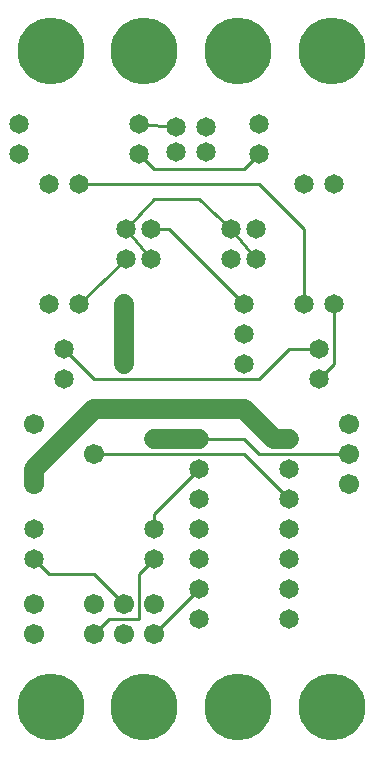
<source format=gbl>
%MOIN*%
%FSLAX25Y25*%
G04 D10 used for Character Trace; *
G04     Circle (OD=.01000) (No hole)*
G04 D11 used for Power Trace; *
G04     Circle (OD=.06700) (No hole)*
G04 D12 used for Signal Trace; *
G04     Circle (OD=.01100) (No hole)*
G04 D13 used for Via; *
G04     Circle (OD=.05800) (Round. Hole ID=.02800)*
G04 D14 used for Component hole; *
G04     Circle (OD=.06500) (Round. Hole ID=.03500)*
G04 D15 used for Component hole; *
G04     Circle (OD=.06700) (Round. Hole ID=.04300)*
G04 D16 used for Component hole; *
G04     Circle (OD=.08100) (Round. Hole ID=.05100)*
G04 D17 used for Component hole; *
G04     Circle (OD=.08900) (Round. Hole ID=.05900)*
G04 D18 used for Component hole; *
G04     Circle (OD=.11300) (Round. Hole ID=.08300)*
G04 D19 used for Component hole; *
G04     Circle (OD=.16000) (Round. Hole ID=.13000)*
G04 D20 used for Component hole; *
G04     Circle (OD=.18300) (Round. Hole ID=.15300)*
G04 D21 used for Component hole; *
G04     Circle (OD=.22291) (Round. Hole ID=.19291)*
%ADD10C,.01000*%
%ADD11C,.06700*%
%ADD12C,.01100*%
%ADD13C,.05800*%
%ADD14C,.06500*%
%ADD15C,.06700*%
%ADD16C,.08100*%
%ADD17C,.08900*%
%ADD18C,.11300*%
%ADD19C,.16000*%
%ADD20C,.18300*%
%ADD21C,.22291*%
%IPPOS*%
%LPD*%
G90*X0Y0D02*D21*X15625Y15625D03*D15*              
X40000Y40000D03*X30000D03*D12*X35000Y45000D01*    
X45000D01*Y60000D01*X50000Y65000D01*D14*D03*      
Y75000D03*D12*Y80000D01*X65000Y95000D01*D14*D03*  
Y105000D03*D11*X50000D01*D14*D03*Y115000D03*D11*  
X30000D01*X10000Y95000D01*Y90000D01*D15*D03*D14*  
Y75000D03*D15*Y110000D03*X30000Y100000D03*D12*    
X80000D01*X95000Y85000D01*D14*D03*Y95000D03*      
Y75000D03*D12*X85000Y100000D02*X115000D01*D15*D03*
Y110000D03*Y90000D03*D14*X95000Y105000D03*D11*    
X90000D01*X80000Y115000D01*X50000D01*D12*         
X65000Y105000D02*X80000D01*X85000Y100000D01*D14*  
X65000Y85000D03*X105000Y125000D03*D12*            
X110000Y130000D01*Y150000D01*D14*D03*X100000D03*  
D12*Y175000D01*X85000Y190000D01*X25000D01*D14*D03*
X15000D03*X40800Y175000D03*D12*X49200Y165000D01*  
D14*D03*D12*X40800Y175000D02*X50000Y185000D01*    
X65000D01*X75800Y175000D01*D14*D03*D12*           
X84200Y165000D01*D14*D03*Y175000D03*              
X75800Y165000D03*X80000Y150000D03*D12*            
X55000Y175000D01*X49200D01*D14*D03*               
X40800Y165000D03*D12*X25000Y150000D01*D14*D03*    
X15000D03*X40000Y140000D03*D11*Y130000D01*D14*D03*
D11*Y140000D02*Y150000D01*D14*D03*                
X20000Y135000D03*D12*X30000Y125000D01*X85000D01*  
X95000Y135000D01*X105000D01*D14*D03*              
X80000Y140000D03*Y130000D03*X110000Y190000D03*    
X100000D03*X65000Y75000D03*D12*X50000Y195000D02*  
X80000D01*X50000D02*X45000Y200000D01*D14*D03*     
X57500Y209200D03*D12*X45000Y210000D01*D14*D03*    
X57500Y200800D03*X67500D03*Y209200D03*D21*        
X46875Y234375D03*X15625D03*D12*X80000Y195000D02*  
X85000Y200000D01*D14*D03*Y210000D03*D21*          
X109375Y234375D03*X78125D03*D14*X20000Y125000D03* 
X5000Y210000D03*Y200000D03*X10000Y65000D03*D12*   
X15000Y60000D01*X30000D01*X40000Y50000D01*D15*D03*
X50000Y40000D03*D12*X65000Y55000D01*D14*D03*      
Y65000D03*Y45000D03*D15*X50000Y50000D03*D14*      
X95000Y45000D03*Y55000D03*Y65000D03*D15*          
X30000Y50000D03*D21*X46875Y15625D03*X78125D03*    
X109375D03*D15*X10000Y50000D03*Y40000D03*M02*     

</source>
